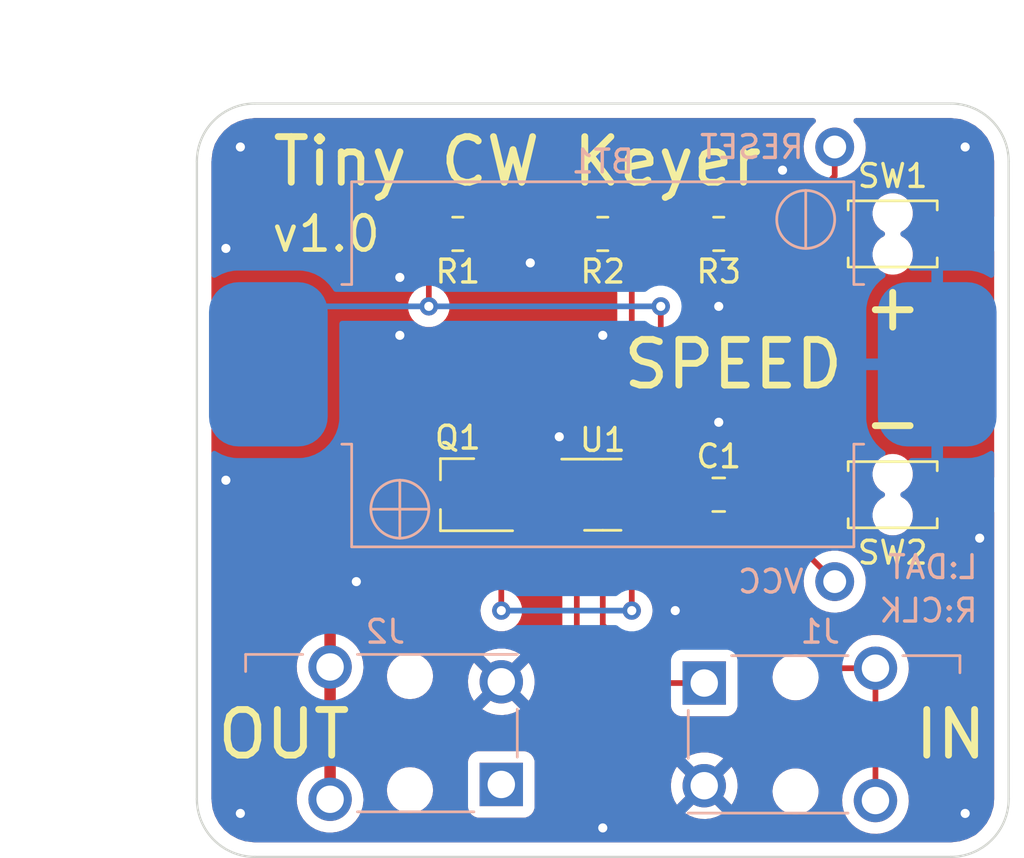
<source format=kicad_pcb>
(kicad_pcb (version 20211014) (generator pcbnew)
  (layers (0 "F.Cu" signal) (31 "B.Cu" signal) (34 "B.Paste" user) (35 "F.Paste" user) (36 "B.SilkS" user "B.Silkscreen") (37 "F.SilkS" user "F.Silkscreen") (38 "B.Mask" user) (39 "F.Mask" user) (44 "Edge.Cuts" user))
  (net 0 "")
  (net 1 "VCC")
  (net 2 "GND")
  (net 3 "Net-(U1-Pad3)")
  (net 4 "Net-(U1-Pad1)")
  (net 6 "Net-(Q1-Pad3)")
  (net 7 "Net-(U1-Pad4)")
  (net 8 "Net-(U1-Pad6)")
  (net 9 "Net-(SW1-Pad1)")
  (net 10 "Net-(R2-Pad2)")
  (footprint "Resistor_SMD:R_0805_2012Metric_Pad1.20x1.40mm_HandSolder" (layer "F.Cu") (at 142.24 74.295)
    (fp_text reference "R3" (at 0 1.65) (layer "F.SilkS"))
    (fp_text value "1k")
    (fp_line (start -0.227064 -0.735) (end 0.227064 -0.735) (layer "F.SilkS") (width 0.12))
    (fp_line (start -0.227064 0.735) (end 0.227064 0.735) (layer "F.SilkS") (width 0.12))
    (pad "1" smd roundrect (at -1 0) (size 1.2 1.4) (layers "F.Cu" "F.Paste" "F.Mask") (roundrect_rratio 0.208333) (net 8 "Net-(U1-Pad6)"))
    (pad "2" smd roundrect (at 1 0) (size 1.2 1.4) (layers "F.Cu" "F.Paste" "F.Mask") (roundrect_rratio 0.208333) (net 9 "Net-(SW1-Pad1)"))
  )
  (footprint "Package_TO_SOT_SMD:SOT-23-6" (layer "F.Cu") (at 137.16 85.725)
    (fp_text reference "U1" (at 0 -2.4) (layer "F.SilkS"))
    (fp_text value "ATtiny10-TS")
    (fp_line (start 0 -1.56) (end 0.8 -1.56) (layer "F.SilkS") (width 0.12))
    (fp_line (start 0 1.56) (end -0.8 1.56) (layer "F.SilkS") (width 0.12))
    (fp_line (start 0 1.56) (end 0.8 1.56) (layer "F.SilkS") (width 0.12))
    (fp_line (start 0 -1.56) (end -1.8 -1.56) (layer "F.SilkS") (width 0.12))
    (pad "1" smd roundrect (at -1.1375 -0.95) (size 1.325 0.6) (layers "F.Cu" "F.Paste" "F.Mask") (net 4 "Net-(U1-Pad1)"))
    (pad "2" smd roundrect (at -1.1375 0) (size 1.325 0.6) (layers "F.Cu" "F.Paste" "F.Mask") (net 2 "GND"))
    (pad "3" smd roundrect (at -1.1375 0.95) (size 1.325 0.6) (layers "F.Cu" "F.Paste" "F.Mask") (net 3 "Net-(U1-Pad3)"))
    (pad "4" smd roundrect (at 1.1375 0.95) (size 1.325 0.6) (layers "F.Cu" "F.Paste" "F.Mask") (net 7 "Net-(U1-Pad4)"))
    (pad "5" smd roundrect (at 1.1375 0) (size 1.325 0.6) (layers "F.Cu" "F.Paste" "F.Mask") (net 1 "VCC"))
    (pad "6" smd roundrect (at 1.1375 -0.95) (size 1.325 0.6) (layers "F.Cu" "F.Paste" "F.Mask") (net 8 "Net-(U1-Pad6)"))
  )
  (footprint "Resistor_SMD:R_0805_2012Metric_Pad1.20x1.40mm_HandSolder" (layer "F.Cu") (at 130.81 74.295)
    (fp_text reference "R1" (at 0 1.65) (layer "F.SilkS"))
    (fp_text value "10k")
    (fp_line (start -0.227064 -0.735) (end 0.227064 -0.735) (layer "F.SilkS") (width 0.12))
    (fp_line (start -0.227064 0.735) (end 0.227064 0.735) (layer "F.SilkS") (width 0.12))
    (pad "1" smd roundrect (at -1 0) (size 1.2 1.4) (layers "F.Cu" "F.Paste" "F.Mask") (roundrect_rratio 0.208333) (net 1 "VCC"))
    (pad "2" smd roundrect (at 1 0) (size 1.2 1.4) (layers "F.Cu" "F.Paste" "F.Mask") (roundrect_rratio 0.208333) (net 8 "Net-(U1-Pad6)"))
  )
  (footprint "Capacitor_SMD:C_0805_2012Metric_Pad1.18x1.45mm_HandSolder" (layer "F.Cu") (at 142.24 85.725)
    (fp_text reference "C1" (at 0 -1.68) (layer "F.SilkS"))
    (fp_text value "0.1u")
    (fp_line (start -0.261252 -0.735) (end 0.261252 -0.735) (layer "F.SilkS") (width 0.12))
    (fp_line (start -0.261252 0.735) (end 0.261252 0.735) (layer "F.SilkS") (width 0.12))
    (pad "1" smd roundrect (at -1.0375 0) (size 1.175 1.45) (layers "F.Cu" "F.Paste" "F.Mask") (roundrect_rratio 0.212766) (net 1 "VCC"))
    (pad "2" smd roundrect (at 1.0375 0) (size 1.175 1.45) (layers "F.Cu" "F.Paste" "F.Mask") (roundrect_rratio 0.212766) (net 2 "GND"))
  )
  (footprint "Library:TVAF06-A020B-R" (layer "F.Cu") (at 149.86 85.725)
    (fp_text reference "SW2" (at 0 2.54 unlocked) (layer "F.SilkS"))
    (fp_text value "SPEED -")
    (fp_line (start -1.95 1.45) (end -1.95 1.05) (layer "F.SilkS") (width 0.12))
    (fp_line (start 1.95 -1.45) (end 1.95 -1.05) (layer "F.SilkS") (width 0.12))
    (fp_line (start -1.95 -1.45) (end -1.95 -1.05) (layer "F.SilkS") (width 0.12))
    (fp_line (start -1.95 1.45) (end 1.95 1.45) (layer "F.SilkS") (width 0.12))
    (fp_line (start 1.95 1.05) (end 1.95 1.45) (layer "F.SilkS") (width 0.12))
    (fp_line (start -1.95 -1.45) (end 1.95 -1.45) (layer "F.SilkS") (width 0.12))
    (pad "" np_thru_hole circle (at 0 -0.9) (size 0.75 0.75) (drill 0.75) (layers F&B.Cu *.Mask))
    (pad "" np_thru_hole circle (at 0 0.9) (size 0.75 0.75) (drill 0.75) (layers F&B.Cu *.Mask))
    (pad "1" smd roundrect (at -2.725 0) (size 2.05 1.6) (layers "F.Cu" "F.Paste" "F.Mask") (net 10 "Net-(R2-Pad2)"))
    (pad "2" smd roundrect (at 2.725 0) (size 2.05 1.6) (layers "F.Cu" "F.Paste" "F.Mask") (net 2 "GND"))
  )
  (footprint "Library:TVAF06-A020B-R" (layer "F.Cu") (at 149.86 74.295)
    (fp_text reference "SW1" (at 0 -2.54 unlocked) (layer "F.SilkS"))
    (fp_text value "SPEED +")
    (fp_line (start 1.95 1.05) (end 1.95 1.45) (layer "F.SilkS") (width 0.12))
    (fp_line (start -1.95 1.45) (end 1.95 1.45) (layer "F.SilkS") (width 0.12))
    (fp_line (start -1.95 1.45) (end -1.95 1.05) (layer "F.SilkS") (width 0.12))
    (fp_line (start -1.95 -1.45) (end 1.95 -1.45) (layer "F.SilkS") (width 0.12))
    (fp_line (start 1.95 -1.45) (end 1.95 -1.05) (layer "F.SilkS") (width 0.12))
    (fp_line (start -1.95 -1.45) (end -1.95 -1.05) (layer "F.SilkS") (width 0.12))
    (pad "" np_thru_hole circle (at 0 -0.9) (size 0.75 0.75) (drill 0.75) (layers F&B.Cu *.Mask))
    (pad "" np_thru_hole circle (at 0 0.9) (size 0.75 0.75) (drill 0.75) (layers F&B.Cu *.Mask))
    (pad "1" smd roundrect (at -2.725 0) (size 2.05 1.6) (layers "F.Cu" "F.Paste" "F.Mask") (net 9 "Net-(SW1-Pad1)"))
    (pad "2" smd roundrect (at 2.725 0) (size 2.05 1.6) (layers "F.Cu" "F.Paste" "F.Mask") (net 2 "GND"))
  )
  (footprint "Package_TO_SOT_SMD:SOT-23_Handsoldering" (layer "F.Cu") (at 130.81 85.725 180)
    (fp_text reference "Q1" (at 0 2.5) (layer "F.SilkS"))
    (fp_text value "2N7002K")
    (fp_line (start 0.76 -1.58) (end 0.76 -0.65) (layer "F.SilkS") (width 0.12))
    (fp_line (start 0.76 -1.58) (end -2.4 -1.58) (layer "F.SilkS") (width 0.12))
    (fp_line (start 0.76 1.58) (end 0.76 0.65) (layer "F.SilkS") (width 0.12))
    (fp_line (start 0.76 1.58) (end -0.7 1.58) (layer "F.SilkS") (width 0.12))
    (pad "1" smd rect (at -1.5 -0.95 180) (size 1.9 0.8) (layers "F.Cu" "F.Paste" "F.Mask") (net 7 "Net-(U1-Pad4)"))
    (pad "2" smd rect (at -1.5 0.95 180) (size 1.9 0.8) (layers "F.Cu" "F.Paste" "F.Mask") (net 2 "GND"))
    (pad "3" smd rect (at 1.5 0 180) (size 1.9 0.8) (layers "F.Cu" "F.Paste" "F.Mask") (net 6 "Net-(Q1-Pad3)"))
  )
  (footprint "Resistor_SMD:R_0805_2012Metric_Pad1.20x1.40mm_HandSolder" (layer "F.Cu") (at 137.16 74.295)
    (fp_text reference "R2" (at 0 1.65) (layer "F.SilkS"))
    (fp_text value "510")
    (fp_line (start -0.227064 -0.735) (end 0.227064 -0.735) (layer "F.SilkS") (width 0.12))
    (fp_line (start -0.227064 0.735) (end 0.227064 0.735) (layer "F.SilkS") (width 0.12))
    (pad "1" smd roundrect (at -1 0) (size 1.2 1.4) (layers "F.Cu" "F.Paste" "F.Mask") (roundrect_rratio 0.208333) (net 8 "Net-(U1-Pad6)"))
    (pad "2" smd roundrect (at 1 0) (size 1.2 1.4) (layers "F.Cu" "F.Paste" "F.Mask") (roundrect_rratio 0.208333) (net 10 "Net-(R2-Pad2)"))
  )
  (footprint "Connector_PinHeader_2.54mm:PinHeader_1x01_P2.54mm_Vertical" (layer "F.Cu") (at 147.32 70.485)
    (fp_text reference "J3" hide)
    (fp_text value "RESET_PIN")
    (pad "1" thru_hole circle (at 0 0) (size 1.7 1.7) (drill 1) (layers *.Cu *.Mask) (net 8 "Net-(U1-Pad6)"))
  )
  (footprint "Connector_PinHeader_2.54mm:PinHeader_1x01_P2.54mm_Vertical" (layer "F.Cu") (at 147.32 89.535)
    (fp_text reference "J4" hide)
    (fp_text value "VCC_PIN")
    (pad "1" thru_hole circle (at 0 0) (size 1.7 1.7) (drill 1) (layers *.Cu *.Mask) (net 1 "VCC"))
  )
  (footprint "Connector_Audio:Jack_3.5mm_Switronic_ST-005-G_horizontal" (layer "B.Cu") (at 126.215 96.175)
    (fp_text reference "J2" (at 1.42 -4.445 180) (layer "B.SilkS") (effects (justify mirror)))
    (fp_text value "KEY OUT")
    (fp_line (start 0.2 3.45) (end 5.3 3.45) (layer "B.SilkS") (width 0.12))
    (fp_line (start -2.2 -3.45) (end -4.7 -3.45) (layer "B.SilkS") (width 0.12))
    (fp_line (start -4.7 -3.45) (end -4.7 -2.7) (layer "B.SilkS") (width 0.12))
    (fp_line (start 7.2 1.05) (end 7.2 -1.05) (layer "B.SilkS") (width 0.12))
    (fp_line (start 0.2 -3.45) (end 7.2 -3.45) (layer "B.SilkS") (width 0.12))
    (pad "" np_thru_hole circle (at 2.5 2.5) (size 1 1) (drill 1) (layers *.Cu *.Mask))
    (pad "" np_thru_hole circle (at 2.5 -2.5) (size 1 1) (drill 1) (layers *.Cu *.Mask))
    (pad "G" thru_hole circle (at 6.5 -2.25) (size 1.9 1.9) (drill 1.2) (layers *.Cu *.Mask) (net 2 "GND"))
    (pad "S" thru_hole rect (at 6.5 2.25) (size 1.9 1.9) (drill 1.2) (layers *.Cu *.Mask))
    (pad "T" thru_hole circle (at -1 2.9) (size 1.9 1.9) (drill 1.2) (layers *.Cu *.Mask) (net 6 "Net-(Q1-Pad3)"))
    (pad "T" thru_hole circle (at -1 -2.9) (size 1.9 1.9) (drill 1.2) (layers *.Cu *.Mask) (net 6 "Net-(Q1-Pad3)"))
  )
  (footprint "Connector_Audio:Jack_3.5mm_Switronic_ST-005-G_horizontal" (layer "B.Cu") (at 148.105 96.23 180)
    (fp_text reference "J1" (at 1.42 4.5) (layer "B.SilkS") (effects (justify mirror)))
    (fp_text value "PADDLE IN")
    (fp_line (start 0.2 3.45) (end 5.3 3.45) (layer "B.SilkS") (width 0.12))
    (fp_line (start 7.2 1.05) (end 7.2 -1.05) (layer "B.SilkS") (width 0.12))
    (fp_line (start 0.2 -3.45) (end 7.2 -3.45) (layer "B.SilkS") (width 0.12))
    (fp_line (start -4.7 3.45) (end -2.2 3.45) (layer "B.SilkS") (width 0.12))
    (fp_line (start -4.7 2.7) (end -4.7 3.45) (layer "B.SilkS") (width 0.12))
    (pad "" np_thru_hole circle (at 2.5 2.5 180) (size 1 1) (drill 1) (layers *.Cu *.Mask))
    (pad "" np_thru_hole circle (at 2.5 -2.5 180) (size 1 1) (drill 1) (layers *.Cu *.Mask))
    (pad "G" thru_hole circle (at 6.5 -2.25 180) (size 1.9 1.9) (drill 1.2) (layers *.Cu *.Mask) (net 2 "GND"))
    (pad "S" thru_hole rect (at 6.5 2.25 180) (size 1.9 1.9) (drill 1.2) (layers *.Cu *.Mask) (net 3 "Net-(U1-Pad3)"))
    (pad "T" thru_hole circle (at -1 -2.9 180) (size 1.9 1.9) (drill 1.2) (layers *.Cu *.Mask) (net 4 "Net-(U1-Pad1)"))
    (pad "T" thru_hole circle (at -1 2.9 180) (size 1.9 1.9) (drill 1.2) (layers *.Cu *.Mask) (net 4 "Net-(U1-Pad1)"))
  )
  (footprint "Library:CH28-2032LF" (layer "B.Cu") (at 137.16 80.01 180)
    (fp_text reference "BT1" (at 0 8.89 unlocked) (layer "B.SilkS") (effects (justify mirror)))
    (fp_text value "CH28-2032LF")
    (fp_line (start -11 -3.5) (end -11.43 -3.5) (layer "B.SilkS") (width 0.12))
    (fp_line (start 11 -3.5) (end 11.43 -3.5) (layer "B.SilkS") (width 0.12))
    (fp_line (start 11 8) (end 11 3.5) (layer "B.SilkS") (width 0.12))
    (fp_line (start -11 8) (end 11 8) (layer "B.SilkS") (width 0.12))
    (fp_line (start -11 3.5) (end -11.43 3.5) (layer "B.SilkS") (width 0.12))
    (fp_line (start -11 -8) (end -11 -3.5) (layer "B.SilkS") (width 0.12))
    (fp_line (start 8.89 -5.08) (end 8.89 -7.62) (layer "B.SilkS") (width 0.12))
    (fp_line (start 7.62 -6.35) (end 10.16 -6.35) (layer "B.SilkS") (width 0.12))
    (fp_line (start 11 3.5) (end 11.43 3.5) (layer "B.SilkS") (width 0.12))
    (fp_line (start 11 -3.5) (end 11 -8) (layer "B.SilkS") (width 0.12))
    (fp_line (start -11 3.5) (end -11 8) (layer "B.SilkS") (width 0.12))
    (fp_line (start 11 -8) (end -11 -8) (layer "B.SilkS") (width 0.12))
    (fp_line (start -8.89 7.62) (end -8.89 5.08) (layer "B.SilkS") (width 0.12))
    (fp_circle (center 8.89 -6.35) (end 10.16 -6.35) (layer "B.SilkS") (width 0.12) (fill none))
    (fp_circle (center -8.89 6.35) (end -7.62 6.35) (layer "B.SilkS") (width 0.12) (fill none))
    (pad "1" smd roundrect (at 14.65 0 180) (size 5.2 7.2) (layers "B.Cu" "B.Paste" "B.Mask") (net 1 "VCC"))
    (pad "2" smd roundrect (at -14.65 0 180) (size 5.2 7.2) (layers "B.Cu" "B.Paste" "B.Mask") (net 2 "GND"))
  )
  (gr_line (start 154.94 71.12) (end 154.94 99.06) (layer "Edge.Cuts") (width 0.1))
  (gr_arc (start 119.38 71.12) (mid 120.123949 69.323949) (end 121.92 68.58) (layer "Edge.Cuts") (width 0.1))
  (gr_arc (start 121.92 101.6) (mid 120.123949 100.856051) (end 119.38 99.06) (layer "Edge.Cuts") (width 0.1))
  (gr_line (start 121.92 68.58) (end 152.4 68.58) (layer "Edge.Cuts") (width 0.1))
  (gr_arc (start 152.4 68.58) (mid 154.196051 69.323949) (end 154.94 71.12) (layer "Edge.Cuts") (width 0.1))
  (gr_arc (start 154.94 99.06) (mid 154.196051 100.856051) (end 152.4 101.6) (layer "Edge.Cuts") (width 0.1))
  (gr_line (start 152.4 101.6) (end 121.92 101.6) (layer "Edge.Cuts") (width 0.1))
  (gr_line (start 119.38 99.06) (end 119.38 71.12) (layer "Edge.Cuts") (width 0.1))
  (gr_text "VCC" (at 146.05 89.535) (layer "B.SilkS") (effects (font (size 1 1)) (justify left mirror)))
  (gr_text "RESET" (at 146.05 70.485) (layer "B.SilkS") (effects (font (size 1 1)) (justify left mirror)))
  (gr_text "L:DAT" (at 153.67 88.9) (layer "B.SilkS") (effects (font (size 1 1)) (justify left mirror)))
  (gr_text "R:CLK" (at 153.67 90.805) (layer "B.SilkS") (effects (font (size 1 1)) (justify left mirror)))
  (gr_text "+" (at 149.86 77.47) (layer "F.SilkS") (effects (font (size 2 2) (thickness 0.3))))
  (gr_text "Tiny CW Keyer" (at 122.555 71.12) (layer "F.SilkS") (effects (font (size 2 2) (thickness 0.3)) (justify left)))
  (gr_text "v1.0" (at 122.555 74.295) (layer "F.SilkS") (effects (font (size 1.5 1.5) (thickness 0.2)) (justify left)))
  (gr_text "-" (at 149.86 82.55) (layer "F.SilkS") (effects (font (size 2 2) (thickness 0.3))))
  (gr_text "IN" (at 152.4 96.23) (layer "F.SilkS") (effects (font (size 2 2) (thickness 0.3))))
  (gr_text "SPEED" (at 142.875 80.01) (layer "F.SilkS") (effects (font (size 2 2) (thickness 0.3))))
  (gr_text "OUT" (at 123.19 96.23) (layer "F.SilkS") (effects (font (size 2 2) (thickness 0.3))))
  (segment (start 140.97 85.4925) (end 141.2025 85.725) (width 0.25) (layer "F.Cu") (net 1))
  (segment (start 139.7 77.47) (end 139.7 83.185) (width 0.25) (layer "F.Cu") (net 1))
  (segment (start 144.78 84.455) (end 145.415 85.09) (width 0.25) (layer "F.Cu") (net 1))
  (segment (start 145.415 87.63) (end 147.32 89.535) (width 0.25) (layer "F.Cu") (net 1))
  (segment (start 129.54 77.47) (end 129.54 74.565) (width 0.25) (layer "F.Cu") (net 1))
  (segment (start 140.97 84.455) (end 140.97 85.4925) (width 0.25) (layer "F.Cu") (net 1))
  (segment (start 138.2975 85.725) (end 141.2025 85.725) (width 0.25) (layer "F.Cu") (net 1))
  (segment (start 129.54 74.565) (end 129.81 74.295) (width 0.25) (layer "F.Cu") (net 1))
  (segment (start 140.97 84.455) (end 144.78 84.455) (width 0.25) (layer "F.Cu") (net 1))
  (segment (start 145.415 85.09) (end 145.415 87.63) (width 0.25) (layer "F.Cu") (net 1))
  (segment (start 139.7 83.185) (end 140.97 84.455) (width 0.25) (layer "F.Cu") (net 1))
  (via (at 129.54 77.47) (size 0.8) (drill 0.4) (layers "F.Cu" "B.Cu") (net 1))
  (via (at 139.7 77.47) (size 0.8) (drill 0.4) (layers "F.Cu" "B.Cu") (net 1))
  (segment (start 125.05 77.47) (end 122.51 80.01) (width 0.25) (layer "B.Cu") (net 1))
  (segment (start 139.7 77.47) (end 129.54 77.47) (width 0.25) (layer "B.Cu") (net 1))
  (segment (start 129.54 77.47) (end 125.05 77.47) (width 0.25) (layer "B.Cu") (net 1))
  (via (at 142.24 77.47) (size 0.8) (drill 0.4) (layers "F.Cu" "B.Cu") (net 2))
  (via (at 133.985 75.565) (size 0.8) (drill 0.4) (layers "F.Cu" "B.Cu") (net 2))
  (via (at 135.255 83.185) (size 0.8) (drill 0.4) (layers "F.Cu" "B.Cu") (net 2))
  (via (at 145.034 71.501) (size 0.8) (drill 0.4) (layers "F.Cu" "B.Cu") (net 2))
  (via (at 153.67 87.63) (size 0.8) (drill 0.4) (layers "F.Cu" "B.Cu") (net 2))
  (via (at 137.16 100.33) (size 0.8) (drill 0.4) (layers "F.Cu" "B.Cu") (net 2))
  (via (at 153.035 70.485) (size 0.8) (drill 0.4) (layers "F.Cu" "B.Cu") (net 2))
  (via (at 153.035 99.695) (size 0.8) (drill 0.4) (layers "F.Cu" "B.Cu") (net 2))
  (via (at 128.27 76.2) (size 0.8) (drill 0.4) (layers "F.Cu" "B.Cu") (net 2))
  (via (at 120.65 85.09) (size 0.8) (drill 0.4) (layers "F.Cu" "B.Cu") (net 2))
  (via (at 137.16 78.74) (size 0.8) (drill 0.4) (layers "F.Cu" "B.Cu") (net 2))
  (via (at 120.65 74.93) (size 0.8) (drill 0.4) (layers "F.Cu" "B.Cu") (net 2))
  (via (at 142.24 82.55) (size 0.8) (drill 0.4) (layers "F.Cu" "B.Cu") (net 2))
  (via (at 121.285 99.695) (size 0.8) (drill 0.4) (layers "F.Cu" "B.Cu") (net 2))
  (via (at 121.285 70.485) (size 0.8) (drill 0.4) (layers "F.Cu" "B.Cu") (net 2))
  (via (at 126.365 89.535) (size 0.8) (drill 0.4) (layers "F.Cu" "B.Cu") (net 2))
  (via (at 128.27 78.74) (size 0.8) (drill 0.4) (layers "F.Cu" "B.Cu") (net 2))
  (via (at 140.335 90.805) (size 0.8) (drill 0.4) (layers "F.Cu" "B.Cu") (net 2))
  (segment (start 138.43 93.98) (end 141.605 93.98) (width 0.25) (layer "F.Cu") (net 3))
  (segment (start 136.0225 91.5725) (end 138.43 93.98) (width 0.25) (layer "F.Cu") (net 3))
  (segment (start 136.0225 86.675) (end 136.0225 91.5725) (width 0.25) (layer "F.Cu") (net 3))
  (segment (start 136.845 84.775) (end 137.16 85.09) (width 0.25) (layer "F.Cu") (net 4))
  (segment (start 137.16 91.44) (end 137.795 92.075) (width 0.25) (layer "F.Cu") (net 4))
  (segment (start 137.795 92.075) (end 146.05 92.075) (width 0.25) (layer "F.Cu") (net 4))
  (segment (start 146.05 92.075) (end 147.305 93.33) (width 0.25) (layer "F.Cu") (net 4))
  (segment (start 137.16 85.09) (end 137.16 91.44) (width 0.25) (layer "F.Cu") (net 4))
  (segment (start 147.305 93.33) (end 149.105 93.33) (width 0.25) (layer "F.Cu") (net 4))
  (segment (start 136.0225 84.775) (end 136.845 84.775) (width 0.25) (layer "F.Cu") (net 4))
  (segment (start 149.105 93.33) (end 149.105 99.13) (width 0.25) (layer "F.Cu") (net 4))
  (segment (start 128.27 85.725) (end 125.215 88.78) (width 0.5) (layer "F.Cu") (net 6))
  (segment (start 125.215 88.78) (end 125.215 93.275) (width 0.5) (layer "F.Cu") (net 6))
  (segment (start 125.215 93.275) (end 125.215 99.075) (width 0.5) (layer "F.Cu") (net 6))
  (segment (start 129.31 85.725) (end 128.27 85.725) (width 0.5) (layer "F.Cu") (net 6))
  (segment (start 132.715 90.805) (end 132.715 87.08) (width 0.25) (layer "F.Cu") (net 7))
  (segment (start 132.715 87.08) (end 132.31 86.675) (width 0.25) (layer "F.Cu") (net 7))
  (segment (start 138.43 86.8075) (end 138.2975 86.675) (width 0.25) (layer "F.Cu") (net 7))
  (segment (start 138.43 90.805) (end 138.43 86.8075) (width 0.25) (layer "F.Cu") (net 7))
  (via (at 138.43 90.805) (size 0.8) (drill 0.4) (layers "F.Cu" "B.Cu") (net 7))
  (via (at 132.715 90.805) (size 0.8) (drill 0.4) (layers "F.Cu" "B.Cu") (net 7))
  (segment (start 132.715 90.805) (end 138.43 90.805) (width 0.25) (layer "B.Cu") (net 7))
  (segment (start 138.43 76.565) (end 138.43 84.6425) (width 0.25) (layer "F.Cu") (net 8))
  (segment (start 138.43 84.6425) (end 138.2975 84.775) (width 0.25) (layer "F.Cu") (net 8))
  (segment (start 136.16 74.295) (end 136.16 74.025) (width 0.25) (layer "F.Cu") (net 8))
  (segment (start 136.16 74.025) (end 137.16 73.025) (width 0.25) (layer "F.Cu") (net 8))
  (segment (start 136.16 74.295) (end 131.81 74.295) (width 0.25) (layer "F.Cu") (net 8))
  (segment (start 146.05 73.025) (end 147.32 71.755) (width 0.25) (layer "F.Cu") (net 8))
  (segment (start 136.16 74.295) (end 138.43 76.565) (width 0.25) (layer "F.Cu") (net 8))
  (segment (start 137.16 73.025) (end 146.05 73.025) (width 0.25) (layer "F.Cu") (net 8))
  (segment (start 147.32 71.755) (end 147.32 70.485) (width 0.25) (layer "F.Cu") (net 8))
  (segment (start 141.24 74.295) (end 141.24 73.025) (width 0.25) (layer "F.Cu") (net 8))
  (segment (start 143.24 74.295) (end 147.635 74.295) (width 0.25) (layer "F.Cu") (net 9))
  (segment (start 145.415 83.82) (end 147.135 85.54) (width 0.25) (layer "F.Cu") (net 10))
  (segment (start 138.16 74.295) (end 140.97 77.105) (width 0.25) (layer "F.Cu") (net 10))
  (segment (start 140.97 77.105) (end 140.97 83.185) (width 0.25) (layer "F.Cu") (net 10))
  (segment (start 140.97 83.185) (end 141.605 83.82) (width 0.25) (layer "F.Cu") (net 10))
  (segment (start 141.605 83.82) (end 145.415 83.82) (width 0.25) (layer "F.Cu") (net 10))
  (segment (start 147.135 85.54) (end 147.135 85.725) (width 0.25) (layer "F.Cu") (net 10))
  (zone (net 2) (net_name "GND") (layers F&B.Cu) (connect_pads (clearance 0.508)) (min_thickness 0.254) (fill yes (thermal_gap 0.508) (thermal_bridge_width 0.508))
    (polygon (pts (xy 152.8572 69.2658) (xy 153.1366 69.3674) (xy 153.4668 69.5452) (xy 153.7462 69.7738) (xy 154.0002 70.0786) (xy 154.1526 70.3834) (xy 154.2796 70.7644) (xy 154.305 71.12) (xy 154.305 99.06) (xy 154.2796 99.3902) (xy 154.1526 99.7966) (xy 153.9748 100.1268) (xy 153.7462 100.4062) (xy 153.4922 100.6348) (xy 153.1366 100.8126) (xy 152.8064 100.9142) (xy 152.4 100.965) (xy 121.92 100.965) (xy 121.4882 100.9142) (xy 121.1834 100.8126) (xy 120.8532 100.6348) (xy 120.5738 100.4062) (xy 120.3452 100.1268) (xy 120.1674 99.7966) (xy 120.0658 99.4918) (xy 120.015 99.06) (xy 120.015 71.12) (xy 120.0658 70.6882) (xy 120.1674 70.358) (xy 120.3452 70.0532) (xy 120.5738 69.7738) (xy 120.8786 69.5198) (xy 121.1834 69.3674) (xy 121.5136 69.2658) (xy 121.92 69.215) (xy 152.4 69.215)))
  )
)
</source>
